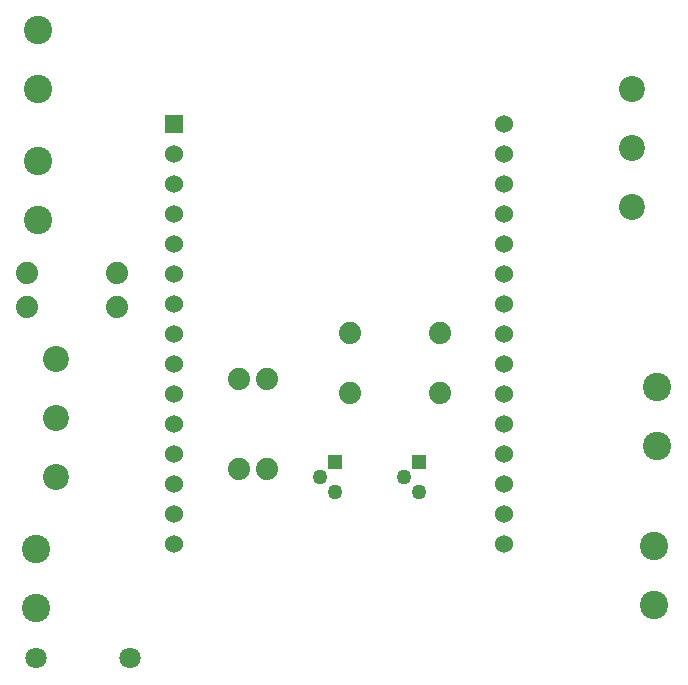
<source format=gtl>
G04 Layer: TopLayer*
G04 EasyEDA v6.4.0, 2020-07-18T08:58:50+05:30*
G04 8da112671cf046a09353fb5968b32747,f1a86d1669934288b337f1190552c02f,10*
G04 Gerber Generator version 0.2*
G04 Scale: 100 percent, Rotated: No, Reflected: No *
G04 Dimensions in inches *
G04 leading zeros omitted , absolute positions ,2 integer and 4 decimal *
%FSLAX24Y24*%
%MOIN*%
G90*
G70D02*

%ADD11C,0.094488*%
%ADD12C,0.086614*%
%ADD13C,0.074000*%
%ADD14C,0.049500*%
%ADD15R,0.049500X0.049500*%
%ADD16C,0.070866*%
%ADD17R,0.060000X0.060000*%
%ADD18C,0.060000*%

%LPD*%
G54D11*
G01X2650Y15615D03*
G01X2650Y17584D03*
G01X2650Y19965D03*
G01X2650Y21934D03*
G54D12*
G01X3250Y10968D03*
G01X3250Y9000D03*
G01X3250Y7031D03*
G01X22450Y16031D03*
G01X22450Y18000D03*
G01X22450Y19968D03*
G54D13*
G01X10300Y7300D03*
G01X10300Y10300D03*
G01X9350Y7300D03*
G01X9350Y10300D03*
G01X2300Y13850D03*
G01X5300Y13850D03*
G01X2300Y12700D03*
G01X5300Y12700D03*
G01X13050Y11850D03*
G01X16050Y11850D03*
G01X16050Y9850D03*
G01X13050Y9850D03*
G54D14*
G01X15350Y6550D03*
G01X14850Y7050D03*
G54D15*
G01X15350Y7550D03*
G54D14*
G01X12550Y6550D03*
G01X12050Y7050D03*
G54D15*
G01X12550Y7550D03*
G54D11*
G01X23200Y4734D03*
G01X23200Y2765D03*
G01X2600Y2665D03*
G01X2600Y4634D03*
G01X23300Y10034D03*
G01X23300Y8065D03*
G54D16*
G01X2575Y1000D03*
G01X5724Y1000D03*
G54D17*
G01X7200Y18800D03*
G54D18*
G01X7200Y17800D03*
G01X7200Y16800D03*
G01X7200Y15800D03*
G01X7200Y14800D03*
G01X7200Y13800D03*
G01X7200Y12800D03*
G01X7200Y11800D03*
G01X7200Y10800D03*
G01X7200Y9800D03*
G01X7200Y8800D03*
G01X7200Y7800D03*
G01X7200Y6800D03*
G01X7200Y5800D03*
G01X7200Y4800D03*
G01X18200Y4800D03*
G01X18200Y5800D03*
G01X18200Y6800D03*
G01X18200Y7800D03*
G01X18200Y8800D03*
G01X18200Y9800D03*
G01X18200Y10800D03*
G01X18200Y11800D03*
G01X18200Y12800D03*
G01X18200Y13800D03*
G01X18200Y14800D03*
G01X18200Y15800D03*
G01X18200Y16800D03*
G01X18200Y17800D03*
G01X18200Y18800D03*
M00*
M02*

</source>
